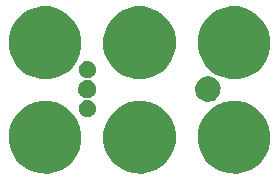
<source format=gts>
%TF.GenerationSoftware,KiCad,Pcbnew,4.0.7-e2-6376~58~ubuntu16.04.1*%
%TF.CreationDate,2017-10-07T15:28:33-07:00*%
%TF.ProjectId,2x3-Vibe-Motor-TH,3278332D566962652D4D6F746F722D54,v1.2*%
%TF.FileFunction,Soldermask,Top*%
%FSLAX46Y46*%
G04 Gerber Fmt 4.6, Leading zero omitted, Abs format (unit mm)*
G04 Created by KiCad (PCBNEW 4.0.7-e2-6376~58~ubuntu16.04.1) date Sat Oct  7 15:28:33 2017*
%MOMM*%
%LPD*%
G01*
G04 APERTURE LIST*
%ADD10C,0.350000*%
G04 APERTURE END LIST*
D10*
G36*
X18231110Y-42772847D02*
X18822055Y-42894151D01*
X19378198Y-43127932D01*
X19878334Y-43465278D01*
X20303421Y-43893343D01*
X20637266Y-44395821D01*
X20867156Y-44953576D01*
X20984264Y-45545014D01*
X20984264Y-45545024D01*
X20984331Y-45545363D01*
X20974710Y-46234416D01*
X20974633Y-46234754D01*
X20974633Y-46234762D01*
X20841057Y-46822701D01*
X20595685Y-47373816D01*
X20247937Y-47866778D01*
X19811062Y-48282809D01*
X19301700Y-48606061D01*
X18739254Y-48824219D01*
X18145147Y-48928976D01*
X17542003Y-48916342D01*
X16952800Y-48786797D01*
X16399982Y-48545277D01*
X15904607Y-48200982D01*
X15485537Y-47767023D01*
X15158738Y-47259930D01*
X14936656Y-46699014D01*
X14827755Y-46105658D01*
X14836177Y-45502441D01*
X14961606Y-44912347D01*
X15199259Y-44357858D01*
X15540091Y-43860088D01*
X15971112Y-43438000D01*
X16475913Y-43107668D01*
X17035259Y-42881677D01*
X17627845Y-42768636D01*
X18231110Y-42772847D01*
X18231110Y-42772847D01*
G37*
G36*
X26231110Y-42772847D02*
X26822055Y-42894151D01*
X27378198Y-43127932D01*
X27878334Y-43465278D01*
X28303421Y-43893343D01*
X28637266Y-44395821D01*
X28867156Y-44953576D01*
X28984264Y-45545014D01*
X28984264Y-45545024D01*
X28984331Y-45545363D01*
X28974710Y-46234416D01*
X28974633Y-46234754D01*
X28974633Y-46234762D01*
X28841057Y-46822701D01*
X28595685Y-47373816D01*
X28247937Y-47866778D01*
X27811062Y-48282809D01*
X27301700Y-48606061D01*
X26739254Y-48824219D01*
X26145147Y-48928976D01*
X25542003Y-48916342D01*
X24952800Y-48786797D01*
X24399982Y-48545277D01*
X23904607Y-48200982D01*
X23485537Y-47767023D01*
X23158738Y-47259930D01*
X22936656Y-46699014D01*
X22827755Y-46105658D01*
X22836177Y-45502441D01*
X22961606Y-44912347D01*
X23199259Y-44357858D01*
X23540091Y-43860088D01*
X23971112Y-43438000D01*
X24475913Y-43107668D01*
X25035259Y-42881677D01*
X25627845Y-42768636D01*
X26231110Y-42772847D01*
X26231110Y-42772847D01*
G37*
G36*
X10231110Y-42772847D02*
X10822055Y-42894151D01*
X11378198Y-43127932D01*
X11878334Y-43465278D01*
X12303421Y-43893343D01*
X12637266Y-44395821D01*
X12867156Y-44953576D01*
X12984264Y-45545014D01*
X12984264Y-45545024D01*
X12984331Y-45545363D01*
X12974710Y-46234416D01*
X12974633Y-46234754D01*
X12974633Y-46234762D01*
X12841057Y-46822701D01*
X12595685Y-47373816D01*
X12247937Y-47866778D01*
X11811062Y-48282809D01*
X11301700Y-48606061D01*
X10739254Y-48824219D01*
X10145147Y-48928976D01*
X9542003Y-48916342D01*
X8952800Y-48786797D01*
X8399982Y-48545277D01*
X7904607Y-48200982D01*
X7485537Y-47767023D01*
X7158738Y-47259930D01*
X6936656Y-46699014D01*
X6827755Y-46105658D01*
X6836177Y-45502441D01*
X6961606Y-44912347D01*
X7199259Y-44357858D01*
X7540091Y-43860088D01*
X7971112Y-43438000D01*
X8475913Y-43107668D01*
X9035259Y-42881677D01*
X9627845Y-42768636D01*
X10231110Y-42772847D01*
X10231110Y-42772847D01*
G37*
G36*
X13559280Y-42696281D02*
X13698779Y-42724917D01*
X13830073Y-42780108D01*
X13948140Y-42859745D01*
X14048491Y-42960798D01*
X14127300Y-43079417D01*
X14181571Y-43211087D01*
X14209164Y-43350443D01*
X14209164Y-43350453D01*
X14209231Y-43350792D01*
X14206960Y-43513457D01*
X14206883Y-43513795D01*
X14206883Y-43513804D01*
X14175409Y-43652337D01*
X14117486Y-43782436D01*
X14035391Y-43898811D01*
X13932258Y-43997024D01*
X13812013Y-44073334D01*
X13679233Y-44124836D01*
X13538985Y-44149566D01*
X13396599Y-44146583D01*
X13257504Y-44116001D01*
X13126999Y-44058985D01*
X13010058Y-43977709D01*
X12911127Y-43875263D01*
X12833979Y-43755552D01*
X12781550Y-43623133D01*
X12755843Y-43483063D01*
X12757831Y-43340661D01*
X12787442Y-43201355D01*
X12843544Y-43070457D01*
X12924005Y-42952947D01*
X13025756Y-42853305D01*
X13144926Y-42775323D01*
X13276972Y-42721972D01*
X13416862Y-42695287D01*
X13559280Y-42696281D01*
X13559280Y-42696281D01*
G37*
G36*
X23796042Y-40696515D02*
X24002777Y-40738952D01*
X24197347Y-40820741D01*
X24372318Y-40938761D01*
X24521033Y-41088518D01*
X24637827Y-41264308D01*
X24718253Y-41459436D01*
X24759178Y-41666124D01*
X24759178Y-41666129D01*
X24759246Y-41666473D01*
X24755880Y-41907536D01*
X24755803Y-41907874D01*
X24755803Y-41907883D01*
X24709122Y-42113349D01*
X24623281Y-42306152D01*
X24501621Y-42478615D01*
X24348782Y-42624162D01*
X24170584Y-42737250D01*
X23973810Y-42813573D01*
X23765967Y-42850222D01*
X23554957Y-42845802D01*
X23348825Y-42800481D01*
X23155422Y-42715985D01*
X22982119Y-42595536D01*
X22835508Y-42443717D01*
X22721178Y-42266310D01*
X22643481Y-42070072D01*
X22605384Y-41862492D01*
X22608330Y-41651458D01*
X22652211Y-41445013D01*
X22735353Y-41251028D01*
X22854593Y-41076883D01*
X23005384Y-40929217D01*
X23181988Y-40813651D01*
X23377675Y-40734588D01*
X23584987Y-40695042D01*
X23796042Y-40696515D01*
X23796042Y-40696515D01*
G37*
G36*
X13564531Y-40996315D02*
X13713636Y-41026923D01*
X13853969Y-41085913D01*
X13980162Y-41171032D01*
X14087424Y-41279044D01*
X14171662Y-41405834D01*
X14229667Y-41546565D01*
X14257090Y-41685060D01*
X14259234Y-41695890D01*
X14256806Y-41869754D01*
X14256728Y-41870097D01*
X14256728Y-41870101D01*
X14223082Y-42018196D01*
X14161170Y-42157252D01*
X14073424Y-42281640D01*
X13963189Y-42386615D01*
X13834664Y-42468180D01*
X13692746Y-42523226D01*
X13542840Y-42549659D01*
X13390649Y-42546470D01*
X13241980Y-42513784D01*
X13102488Y-42452841D01*
X12977496Y-42365969D01*
X12871754Y-42256470D01*
X12789294Y-42128517D01*
X12733256Y-41986982D01*
X12705778Y-41837266D01*
X12707903Y-41685060D01*
X12739553Y-41536163D01*
X12799517Y-41396253D01*
X12885518Y-41270653D01*
X12994275Y-41164150D01*
X13121650Y-41080799D01*
X13262787Y-41023775D01*
X13412308Y-40995253D01*
X13564531Y-40996315D01*
X13564531Y-40996315D01*
G37*
G36*
X10231110Y-34772847D02*
X10822055Y-34894151D01*
X11378198Y-35127932D01*
X11878334Y-35465278D01*
X12303421Y-35893343D01*
X12637266Y-36395821D01*
X12867156Y-36953576D01*
X12984264Y-37545014D01*
X12984264Y-37545024D01*
X12984331Y-37545363D01*
X12974710Y-38234416D01*
X12974633Y-38234754D01*
X12974633Y-38234762D01*
X12841057Y-38822701D01*
X12595685Y-39373816D01*
X12247937Y-39866778D01*
X11811062Y-40282809D01*
X11301700Y-40606061D01*
X10739254Y-40824219D01*
X10145147Y-40928976D01*
X9542003Y-40916342D01*
X8952800Y-40786797D01*
X8399982Y-40545277D01*
X7904607Y-40200982D01*
X7485537Y-39767023D01*
X7158738Y-39259930D01*
X6936656Y-38699014D01*
X6827755Y-38105658D01*
X6836177Y-37502441D01*
X6961606Y-36912347D01*
X7199259Y-36357858D01*
X7540091Y-35860088D01*
X7971112Y-35438000D01*
X8475913Y-35107668D01*
X9035259Y-34881677D01*
X9627845Y-34768636D01*
X10231110Y-34772847D01*
X10231110Y-34772847D01*
G37*
G36*
X18231110Y-34772847D02*
X18822055Y-34894151D01*
X19378198Y-35127932D01*
X19878334Y-35465278D01*
X20303421Y-35893343D01*
X20637266Y-36395821D01*
X20867156Y-36953576D01*
X20984264Y-37545014D01*
X20984264Y-37545024D01*
X20984331Y-37545363D01*
X20974710Y-38234416D01*
X20974633Y-38234754D01*
X20974633Y-38234762D01*
X20841057Y-38822701D01*
X20595685Y-39373816D01*
X20247937Y-39866778D01*
X19811062Y-40282809D01*
X19301700Y-40606061D01*
X18739254Y-40824219D01*
X18145147Y-40928976D01*
X17542003Y-40916342D01*
X16952800Y-40786797D01*
X16399982Y-40545277D01*
X15904607Y-40200982D01*
X15485537Y-39767023D01*
X15158738Y-39259930D01*
X14936656Y-38699014D01*
X14827755Y-38105658D01*
X14836177Y-37502441D01*
X14961606Y-36912347D01*
X15199259Y-36357858D01*
X15540091Y-35860088D01*
X15971112Y-35438000D01*
X16475913Y-35107668D01*
X17035259Y-34881677D01*
X17627845Y-34768636D01*
X18231110Y-34772847D01*
X18231110Y-34772847D01*
G37*
G36*
X26231110Y-34772847D02*
X26822055Y-34894151D01*
X27378198Y-35127932D01*
X27878334Y-35465278D01*
X28303421Y-35893343D01*
X28637266Y-36395821D01*
X28867156Y-36953576D01*
X28984264Y-37545014D01*
X28984264Y-37545024D01*
X28984331Y-37545363D01*
X28974710Y-38234416D01*
X28974633Y-38234754D01*
X28974633Y-38234762D01*
X28841057Y-38822701D01*
X28595685Y-39373816D01*
X28247937Y-39866778D01*
X27811062Y-40282809D01*
X27301700Y-40606061D01*
X26739254Y-40824219D01*
X26145147Y-40928976D01*
X25542003Y-40916342D01*
X24952800Y-40786797D01*
X24399982Y-40545277D01*
X23904607Y-40200982D01*
X23485537Y-39767023D01*
X23158738Y-39259930D01*
X22936656Y-38699014D01*
X22827755Y-38105658D01*
X22836177Y-37502441D01*
X22961606Y-36912347D01*
X23199259Y-36357858D01*
X23540091Y-35860088D01*
X23971112Y-35438000D01*
X24475913Y-35107668D01*
X25035259Y-34881677D01*
X25627845Y-34768636D01*
X26231110Y-34772847D01*
X26231110Y-34772847D01*
G37*
G36*
X13559280Y-39396281D02*
X13698779Y-39424917D01*
X13830073Y-39480108D01*
X13948140Y-39559745D01*
X14048491Y-39660798D01*
X14127300Y-39779417D01*
X14181571Y-39911087D01*
X14209164Y-40050443D01*
X14209164Y-40050453D01*
X14209231Y-40050792D01*
X14206960Y-40213457D01*
X14206883Y-40213795D01*
X14206883Y-40213804D01*
X14175409Y-40352337D01*
X14117486Y-40482436D01*
X14035391Y-40598811D01*
X13932258Y-40697024D01*
X13812013Y-40773334D01*
X13679233Y-40824836D01*
X13538985Y-40849566D01*
X13396599Y-40846583D01*
X13257504Y-40816001D01*
X13126999Y-40758985D01*
X13010058Y-40677709D01*
X12911127Y-40575263D01*
X12833979Y-40455552D01*
X12781550Y-40323133D01*
X12755843Y-40183063D01*
X12757831Y-40040661D01*
X12787442Y-39901355D01*
X12843544Y-39770457D01*
X12924005Y-39652947D01*
X13025756Y-39553305D01*
X13144926Y-39475323D01*
X13276972Y-39421972D01*
X13416862Y-39395287D01*
X13559280Y-39396281D01*
X13559280Y-39396281D01*
G37*
M02*

</source>
